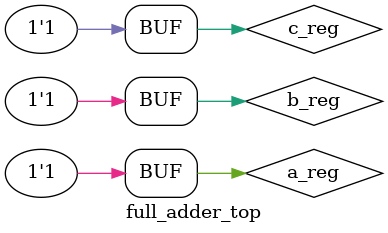
<source format=sv>
module full_adder_top;

    reg a_reg,b_reg,c_reg;

    wire carry_w;
    wire sum_w;

    full_adder inst1 (.a(a_reg),.b(b_reg),.c(c_reg),.carry(carry_w),.sum(sum_w));

    initial begin
        a_reg <= 0;
        b_reg <= 0;
        c_reg <= 0;
        
        #10;
        a_reg <= 0;
        b_reg <= 0;
        c_reg <= 1;

        #10; 
        a_reg <= 0;
        b_reg <= 1;
        c_reg <= 0;

        #10; 
        a_reg <= 0;
        b_reg <= 1;
        c_reg <= 1; 
       
        #10;
        a_reg <= 1;
        b_reg <= 0;
        c_reg <= 0;
        
        #10;
        a_reg <= 1;
        b_reg <= 0;
        c_reg <= 1;

        #10; 
        a_reg <= 1;
        b_reg <= 1;
        c_reg <= 0;

        #10; 
        a_reg <= 1;
        b_reg <= 1;
        c_reg <= 1; 
        
        #10; 
    end

endmodule

</source>
